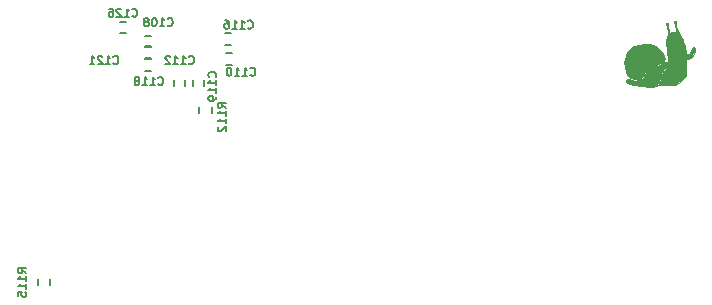
<source format=gbr>
%TF.GenerationSoftware,KiCad,Pcbnew,(5.1.0-1157-gc8cd95a71)*%
%TF.CreationDate,2019-06-29T21:36:28-07:00*%
%TF.ProjectId,adc344x,61646333-3434-4782-9e6b-696361645f70,rev?*%
%TF.SameCoordinates,Original*%
%TF.FileFunction,Legend,Bot*%
%TF.FilePolarity,Positive*%
%FSLAX46Y46*%
G04 Gerber Fmt 4.6, Leading zero omitted, Abs format (unit mm)*
G04 Created by KiCad (PCBNEW (5.1.0-1157-gc8cd95a71)) date 2019-06-29 21:36:28*
%MOMM*%
%LPD*%
G04 APERTURE LIST*
%ADD10C,0.010000*%
%ADD11C,0.150000*%
%ADD12C,0.175000*%
%ADD13C,0.200000*%
G04 APERTURE END LIST*
D10*
G36*
X176512826Y-71199374D02*
G01*
X176054964Y-71264064D01*
X175669004Y-71399089D01*
X175356358Y-71603148D01*
X175118439Y-71874939D01*
X174956660Y-72213159D01*
X174872434Y-72616506D01*
X174864142Y-72718996D01*
X174874066Y-73144036D01*
X174955064Y-73514145D01*
X175104033Y-73821512D01*
X175317870Y-74058328D01*
X175426637Y-74135091D01*
X175649024Y-74215302D01*
X175901382Y-74219093D01*
X176155979Y-74153670D01*
X176385082Y-74026237D01*
X176560961Y-73843999D01*
X176563879Y-73839643D01*
X176685399Y-73587048D01*
X176743988Y-73307601D01*
X176743198Y-73022503D01*
X176686582Y-72752956D01*
X176577692Y-72520161D01*
X176420082Y-72345319D01*
X176301920Y-72276343D01*
X176041613Y-72212009D01*
X175809048Y-72238217D01*
X175618106Y-72345902D01*
X175482668Y-72525998D01*
X175416617Y-72769442D01*
X175412401Y-72857179D01*
X175444034Y-73047713D01*
X175526844Y-73203362D01*
X175642695Y-73312021D01*
X175773448Y-73361588D01*
X175900968Y-73339959D01*
X175998736Y-73248470D01*
X176048070Y-73156321D01*
X176047010Y-73074073D01*
X175997394Y-72956370D01*
X175915375Y-72787400D01*
X176019488Y-72907327D01*
X176110035Y-73059652D01*
X176102189Y-73205587D01*
X176031631Y-73321522D01*
X175897269Y-73419692D01*
X175738031Y-73424949D01*
X175567409Y-73338453D01*
X175495927Y-73275373D01*
X175399588Y-73165008D01*
X175352001Y-73056646D01*
X175336858Y-72905933D01*
X175336200Y-72840948D01*
X175376064Y-72576329D01*
X175484707Y-72369822D01*
X175645714Y-72224191D01*
X175842665Y-72142195D01*
X176059142Y-72126599D01*
X176278728Y-72180163D01*
X176485004Y-72305649D01*
X176661551Y-72505819D01*
X176720500Y-72608074D01*
X176805648Y-72866156D01*
X176836018Y-73167100D01*
X176810839Y-73467709D01*
X176740059Y-73702235D01*
X176574797Y-73953750D01*
X176342493Y-74154482D01*
X176068600Y-74287660D01*
X175778570Y-74336513D01*
X175777418Y-74336516D01*
X175663183Y-74316894D01*
X175503623Y-74266607D01*
X175413747Y-74230935D01*
X175252420Y-74170006D01*
X175144937Y-74155882D01*
X175058346Y-74183572D01*
X174971413Y-74271000D01*
X174972799Y-74377899D01*
X175057074Y-74484570D01*
X175158400Y-74546663D01*
X175334385Y-74608622D01*
X175579525Y-74667102D01*
X175873016Y-74719918D01*
X176194056Y-74764889D01*
X176521843Y-74799831D01*
X176835572Y-74822561D01*
X177114442Y-74830895D01*
X177337649Y-74822651D01*
X177484391Y-74795646D01*
X177494156Y-74791788D01*
X177705045Y-74656436D01*
X177868238Y-74447484D01*
X177988640Y-74156928D01*
X178054435Y-73877202D01*
X178107587Y-73628567D01*
X178165450Y-73432042D01*
X178222724Y-73300590D01*
X178274106Y-73247171D01*
X178304907Y-73264994D01*
X178354098Y-73289470D01*
X178406982Y-73225568D01*
X178456664Y-73085959D01*
X178490031Y-72924793D01*
X178522897Y-72719261D01*
X178351949Y-72757971D01*
X178064624Y-72855367D01*
X177835565Y-73011767D01*
X177646988Y-73242499D01*
X177521260Y-73473894D01*
X177451296Y-73618600D01*
X177415698Y-73677184D01*
X177407588Y-73656381D01*
X177418193Y-73574800D01*
X177509282Y-73299661D01*
X177681216Y-73046738D01*
X177913403Y-72843946D01*
X177992067Y-72796875D01*
X178145898Y-72703842D01*
X178230899Y-72613301D01*
X178254463Y-72499679D01*
X178223981Y-72337400D01*
X178172065Y-72174149D01*
X178052901Y-71937148D01*
X177848868Y-71687761D01*
X177803765Y-71641828D01*
X177550104Y-71425957D01*
X177287200Y-71284960D01*
X176990623Y-71210466D01*
X176635941Y-71194100D01*
X176512826Y-71199374D01*
X176512826Y-71199374D01*
G37*
X176512826Y-71199374D02*
X176054964Y-71264064D01*
X175669004Y-71399089D01*
X175356358Y-71603148D01*
X175118439Y-71874939D01*
X174956660Y-72213159D01*
X174872434Y-72616506D01*
X174864142Y-72718996D01*
X174874066Y-73144036D01*
X174955064Y-73514145D01*
X175104033Y-73821512D01*
X175317870Y-74058328D01*
X175426637Y-74135091D01*
X175649024Y-74215302D01*
X175901382Y-74219093D01*
X176155979Y-74153670D01*
X176385082Y-74026237D01*
X176560961Y-73843999D01*
X176563879Y-73839643D01*
X176685399Y-73587048D01*
X176743988Y-73307601D01*
X176743198Y-73022503D01*
X176686582Y-72752956D01*
X176577692Y-72520161D01*
X176420082Y-72345319D01*
X176301920Y-72276343D01*
X176041613Y-72212009D01*
X175809048Y-72238217D01*
X175618106Y-72345902D01*
X175482668Y-72525998D01*
X175416617Y-72769442D01*
X175412401Y-72857179D01*
X175444034Y-73047713D01*
X175526844Y-73203362D01*
X175642695Y-73312021D01*
X175773448Y-73361588D01*
X175900968Y-73339959D01*
X175998736Y-73248470D01*
X176048070Y-73156321D01*
X176047010Y-73074073D01*
X175997394Y-72956370D01*
X175915375Y-72787400D01*
X176019488Y-72907327D01*
X176110035Y-73059652D01*
X176102189Y-73205587D01*
X176031631Y-73321522D01*
X175897269Y-73419692D01*
X175738031Y-73424949D01*
X175567409Y-73338453D01*
X175495927Y-73275373D01*
X175399588Y-73165008D01*
X175352001Y-73056646D01*
X175336858Y-72905933D01*
X175336200Y-72840948D01*
X175376064Y-72576329D01*
X175484707Y-72369822D01*
X175645714Y-72224191D01*
X175842665Y-72142195D01*
X176059142Y-72126599D01*
X176278728Y-72180163D01*
X176485004Y-72305649D01*
X176661551Y-72505819D01*
X176720500Y-72608074D01*
X176805648Y-72866156D01*
X176836018Y-73167100D01*
X176810839Y-73467709D01*
X176740059Y-73702235D01*
X176574797Y-73953750D01*
X176342493Y-74154482D01*
X176068600Y-74287660D01*
X175778570Y-74336513D01*
X175777418Y-74336516D01*
X175663183Y-74316894D01*
X175503623Y-74266607D01*
X175413747Y-74230935D01*
X175252420Y-74170006D01*
X175144937Y-74155882D01*
X175058346Y-74183572D01*
X174971413Y-74271000D01*
X174972799Y-74377899D01*
X175057074Y-74484570D01*
X175158400Y-74546663D01*
X175334385Y-74608622D01*
X175579525Y-74667102D01*
X175873016Y-74719918D01*
X176194056Y-74764889D01*
X176521843Y-74799831D01*
X176835572Y-74822561D01*
X177114442Y-74830895D01*
X177337649Y-74822651D01*
X177484391Y-74795646D01*
X177494156Y-74791788D01*
X177705045Y-74656436D01*
X177868238Y-74447484D01*
X177988640Y-74156928D01*
X178054435Y-73877202D01*
X178107587Y-73628567D01*
X178165450Y-73432042D01*
X178222724Y-73300590D01*
X178274106Y-73247171D01*
X178304907Y-73264994D01*
X178354098Y-73289470D01*
X178406982Y-73225568D01*
X178456664Y-73085959D01*
X178490031Y-72924793D01*
X178522897Y-72719261D01*
X178351949Y-72757971D01*
X178064624Y-72855367D01*
X177835565Y-73011767D01*
X177646988Y-73242499D01*
X177521260Y-73473894D01*
X177451296Y-73618600D01*
X177415698Y-73677184D01*
X177407588Y-73656381D01*
X177418193Y-73574800D01*
X177509282Y-73299661D01*
X177681216Y-73046738D01*
X177913403Y-72843946D01*
X177992067Y-72796875D01*
X178145898Y-72703842D01*
X178230899Y-72613301D01*
X178254463Y-72499679D01*
X178223981Y-72337400D01*
X178172065Y-72174149D01*
X178052901Y-71937148D01*
X177848868Y-71687761D01*
X177803765Y-71641828D01*
X177550104Y-71425957D01*
X177287200Y-71284960D01*
X176990623Y-71210466D01*
X176635941Y-71194100D01*
X176512826Y-71199374D01*
G36*
X179092968Y-69276104D02*
G01*
X179036747Y-69330619D01*
X179019653Y-69406507D01*
X179048618Y-69456863D01*
X179065791Y-69460000D01*
X179101390Y-69505191D01*
X179143226Y-69621390D01*
X179169389Y-69725817D01*
X179207561Y-69900273D01*
X179241419Y-70049142D01*
X179254481Y-70103532D01*
X179261740Y-70178878D01*
X179214212Y-70206777D01*
X179112783Y-70206719D01*
X178946445Y-70212265D01*
X178805379Y-70235850D01*
X178717795Y-70251195D01*
X178665668Y-70220221D01*
X178624488Y-70121030D01*
X178605590Y-70057346D01*
X178564995Y-69860983D01*
X178545269Y-69656738D01*
X178544883Y-69625099D01*
X178532991Y-69474202D01*
X178492593Y-69412026D01*
X178476377Y-69409200D01*
X178399139Y-69449862D01*
X178369075Y-69540272D01*
X178397224Y-69625746D01*
X178431508Y-69705657D01*
X178472469Y-69853121D01*
X178509071Y-70025198D01*
X178540057Y-70218137D01*
X178544966Y-70347338D01*
X178522477Y-70447603D01*
X178490364Y-70517975D01*
X178440811Y-70684381D01*
X178415660Y-70935593D01*
X178414952Y-71257781D01*
X178438729Y-71637116D01*
X178485800Y-72050800D01*
X178517257Y-72303275D01*
X178542263Y-72546706D01*
X178557430Y-72745785D01*
X178560391Y-72828022D01*
X178545164Y-72996364D01*
X178504353Y-73162359D01*
X178448417Y-73296065D01*
X178387819Y-73367543D01*
X178370196Y-73372377D01*
X178291895Y-73400886D01*
X178228744Y-73492050D01*
X178173742Y-73659922D01*
X178132797Y-73848952D01*
X178078567Y-74075416D01*
X178007847Y-74295280D01*
X177935485Y-74462691D01*
X177932038Y-74468956D01*
X177807153Y-74692400D01*
X178451277Y-74688820D01*
X178823376Y-74678955D01*
X179103241Y-74654238D01*
X179286791Y-74615040D01*
X179293991Y-74612478D01*
X179601866Y-74451985D01*
X179838848Y-74219714D01*
X179977838Y-73986633D01*
X180035163Y-73855487D01*
X180073343Y-73735509D01*
X180096199Y-73600750D01*
X180107552Y-73425261D01*
X180111223Y-73183092D01*
X180111400Y-73079534D01*
X180111400Y-72727239D01*
X179110577Y-72727239D01*
X179109443Y-72941553D01*
X179097573Y-73125519D01*
X179077298Y-73249090D01*
X179068213Y-73273339D01*
X178979297Y-73358913D01*
X178872971Y-73360228D01*
X178782935Y-73280834D01*
X178763943Y-73241292D01*
X178726476Y-73086112D01*
X178718411Y-72974592D01*
X178726127Y-72890676D01*
X178742214Y-72902197D01*
X178767632Y-73011279D01*
X178788742Y-73130300D01*
X178825558Y-73263293D01*
X178885705Y-73316788D01*
X178918935Y-73320800D01*
X178979578Y-73306740D01*
X179022368Y-73254246D01*
X179051353Y-73147845D01*
X179070582Y-72972068D01*
X179084102Y-72711440D01*
X179085083Y-72685800D01*
X179100354Y-72279400D01*
X179110577Y-72727239D01*
X180111400Y-72727239D01*
X180111400Y-72457268D01*
X180258966Y-72457234D01*
X180419118Y-72410906D01*
X180573597Y-72288881D01*
X180705936Y-72116486D01*
X180799669Y-71919048D01*
X180838330Y-71721896D01*
X180821896Y-71591379D01*
X180766864Y-71503589D01*
X180691161Y-71511969D01*
X180598741Y-71614115D01*
X180504603Y-71784100D01*
X180415781Y-71953042D01*
X180340205Y-72046931D01*
X180258880Y-72087060D01*
X180230061Y-72091853D01*
X180151872Y-72093739D01*
X180099639Y-72065111D01*
X180063593Y-71987302D01*
X180033963Y-71841648D01*
X180009139Y-71669800D01*
X179956548Y-71394158D01*
X179876385Y-71106101D01*
X179862207Y-71066566D01*
X179178650Y-71066566D01*
X179111176Y-71075361D01*
X179095400Y-71075696D01*
X179008643Y-71070205D01*
X179001005Y-71054302D01*
X179005534Y-71052278D01*
X179106381Y-71042229D01*
X179157934Y-71050396D01*
X179178650Y-71066566D01*
X179862207Y-71066566D01*
X179814081Y-70932371D01*
X179501288Y-70932371D01*
X179490251Y-70976549D01*
X179453999Y-70984000D01*
X179384330Y-70972219D01*
X179374800Y-70961598D01*
X179397744Y-70932371D01*
X178790088Y-70932371D01*
X178779051Y-70976549D01*
X178742799Y-70984000D01*
X178673130Y-70972219D01*
X178663600Y-70961598D01*
X178700825Y-70914180D01*
X178767806Y-70913123D01*
X178790088Y-70932371D01*
X179397744Y-70932371D01*
X179412025Y-70914180D01*
X179479006Y-70913123D01*
X179501288Y-70932371D01*
X179814081Y-70932371D01*
X179778823Y-70834061D01*
X179674038Y-70606473D01*
X179574077Y-70453892D01*
X179487737Y-70325257D01*
X179400753Y-70145871D01*
X179321316Y-69940943D01*
X179257621Y-69735681D01*
X179217860Y-69555293D01*
X179210226Y-69424986D01*
X179225188Y-69380441D01*
X179244203Y-69309173D01*
X179190436Y-69266927D01*
X179092968Y-69276104D01*
X179092968Y-69276104D01*
G37*
X179092968Y-69276104D02*
X179036747Y-69330619D01*
X179019653Y-69406507D01*
X179048618Y-69456863D01*
X179065791Y-69460000D01*
X179101390Y-69505191D01*
X179143226Y-69621390D01*
X179169389Y-69725817D01*
X179207561Y-69900273D01*
X179241419Y-70049142D01*
X179254481Y-70103532D01*
X179261740Y-70178878D01*
X179214212Y-70206777D01*
X179112783Y-70206719D01*
X178946445Y-70212265D01*
X178805379Y-70235850D01*
X178717795Y-70251195D01*
X178665668Y-70220221D01*
X178624488Y-70121030D01*
X178605590Y-70057346D01*
X178564995Y-69860983D01*
X178545269Y-69656738D01*
X178544883Y-69625099D01*
X178532991Y-69474202D01*
X178492593Y-69412026D01*
X178476377Y-69409200D01*
X178399139Y-69449862D01*
X178369075Y-69540272D01*
X178397224Y-69625746D01*
X178431508Y-69705657D01*
X178472469Y-69853121D01*
X178509071Y-70025198D01*
X178540057Y-70218137D01*
X178544966Y-70347338D01*
X178522477Y-70447603D01*
X178490364Y-70517975D01*
X178440811Y-70684381D01*
X178415660Y-70935593D01*
X178414952Y-71257781D01*
X178438729Y-71637116D01*
X178485800Y-72050800D01*
X178517257Y-72303275D01*
X178542263Y-72546706D01*
X178557430Y-72745785D01*
X178560391Y-72828022D01*
X178545164Y-72996364D01*
X178504353Y-73162359D01*
X178448417Y-73296065D01*
X178387819Y-73367543D01*
X178370196Y-73372377D01*
X178291895Y-73400886D01*
X178228744Y-73492050D01*
X178173742Y-73659922D01*
X178132797Y-73848952D01*
X178078567Y-74075416D01*
X178007847Y-74295280D01*
X177935485Y-74462691D01*
X177932038Y-74468956D01*
X177807153Y-74692400D01*
X178451277Y-74688820D01*
X178823376Y-74678955D01*
X179103241Y-74654238D01*
X179286791Y-74615040D01*
X179293991Y-74612478D01*
X179601866Y-74451985D01*
X179838848Y-74219714D01*
X179977838Y-73986633D01*
X180035163Y-73855487D01*
X180073343Y-73735509D01*
X180096199Y-73600750D01*
X180107552Y-73425261D01*
X180111223Y-73183092D01*
X180111400Y-73079534D01*
X180111400Y-72727239D01*
X179110577Y-72727239D01*
X179109443Y-72941553D01*
X179097573Y-73125519D01*
X179077298Y-73249090D01*
X179068213Y-73273339D01*
X178979297Y-73358913D01*
X178872971Y-73360228D01*
X178782935Y-73280834D01*
X178763943Y-73241292D01*
X178726476Y-73086112D01*
X178718411Y-72974592D01*
X178726127Y-72890676D01*
X178742214Y-72902197D01*
X178767632Y-73011279D01*
X178788742Y-73130300D01*
X178825558Y-73263293D01*
X178885705Y-73316788D01*
X178918935Y-73320800D01*
X178979578Y-73306740D01*
X179022368Y-73254246D01*
X179051353Y-73147845D01*
X179070582Y-72972068D01*
X179084102Y-72711440D01*
X179085083Y-72685800D01*
X179100354Y-72279400D01*
X179110577Y-72727239D01*
X180111400Y-72727239D01*
X180111400Y-72457268D01*
X180258966Y-72457234D01*
X180419118Y-72410906D01*
X180573597Y-72288881D01*
X180705936Y-72116486D01*
X180799669Y-71919048D01*
X180838330Y-71721896D01*
X180821896Y-71591379D01*
X180766864Y-71503589D01*
X180691161Y-71511969D01*
X180598741Y-71614115D01*
X180504603Y-71784100D01*
X180415781Y-71953042D01*
X180340205Y-72046931D01*
X180258880Y-72087060D01*
X180230061Y-72091853D01*
X180151872Y-72093739D01*
X180099639Y-72065111D01*
X180063593Y-71987302D01*
X180033963Y-71841648D01*
X180009139Y-71669800D01*
X179956548Y-71394158D01*
X179876385Y-71106101D01*
X179862207Y-71066566D01*
X179178650Y-71066566D01*
X179111176Y-71075361D01*
X179095400Y-71075696D01*
X179008643Y-71070205D01*
X179001005Y-71054302D01*
X179005534Y-71052278D01*
X179106381Y-71042229D01*
X179157934Y-71050396D01*
X179178650Y-71066566D01*
X179862207Y-71066566D01*
X179814081Y-70932371D01*
X179501288Y-70932371D01*
X179490251Y-70976549D01*
X179453999Y-70984000D01*
X179384330Y-70972219D01*
X179374800Y-70961598D01*
X179397744Y-70932371D01*
X178790088Y-70932371D01*
X178779051Y-70976549D01*
X178742799Y-70984000D01*
X178673130Y-70972219D01*
X178663600Y-70961598D01*
X178700825Y-70914180D01*
X178767806Y-70913123D01*
X178790088Y-70932371D01*
X179397744Y-70932371D01*
X179412025Y-70914180D01*
X179479006Y-70913123D01*
X179501288Y-70932371D01*
X179814081Y-70932371D01*
X179778823Y-70834061D01*
X179674038Y-70606473D01*
X179574077Y-70453892D01*
X179487737Y-70325257D01*
X179400753Y-70145871D01*
X179321316Y-69940943D01*
X179257621Y-69735681D01*
X179217860Y-69555293D01*
X179210226Y-69424986D01*
X179225188Y-69380441D01*
X179244203Y-69309173D01*
X179190436Y-69266927D01*
X179092968Y-69276104D01*
D11*
X134250000Y-70525000D02*
X134750000Y-70525000D01*
X134750000Y-71475000D02*
X134250000Y-71475000D01*
X141650000Y-72975000D02*
X141150000Y-72975000D01*
X141150000Y-72025000D02*
X141650000Y-72025000D01*
X137675000Y-74250000D02*
X137675000Y-74750000D01*
X136725000Y-74750000D02*
X136725000Y-74250000D01*
X141550000Y-71275000D02*
X141050000Y-71275000D01*
X141050000Y-70325000D02*
X141550000Y-70325000D01*
X134750000Y-73475000D02*
X134250000Y-73475000D01*
X134250000Y-72525000D02*
X134750000Y-72525000D01*
X138325000Y-74750000D02*
X138325000Y-74250000D01*
X139275000Y-74250000D02*
X139275000Y-74750000D01*
X134250000Y-71425000D02*
X134750000Y-71425000D01*
X134750000Y-72375000D02*
X134250000Y-72375000D01*
X132650000Y-70275000D02*
X132150000Y-70275000D01*
X132150000Y-69325000D02*
X132650000Y-69325000D01*
X138875000Y-77050000D02*
X138875000Y-76550000D01*
X139925000Y-76550000D02*
X139925000Y-77050000D01*
X126225000Y-91150000D02*
X126225000Y-91650000D01*
X125175000Y-91650000D02*
X125175000Y-91150000D01*
D12*
X136183333Y-69650000D02*
X136216666Y-69683333D01*
X136316666Y-69716666D01*
X136383333Y-69716666D01*
X136483333Y-69683333D01*
X136550000Y-69616666D01*
X136583333Y-69550000D01*
X136616666Y-69416666D01*
X136616666Y-69316666D01*
X136583333Y-69183333D01*
X136550000Y-69116666D01*
X136483333Y-69050000D01*
X136383333Y-69016666D01*
X136316666Y-69016666D01*
X136216666Y-69050000D01*
X136183333Y-69083333D01*
X135516666Y-69716666D02*
X135916666Y-69716666D01*
X135716666Y-69716666D02*
X135716666Y-69016666D01*
X135783333Y-69116666D01*
X135850000Y-69183333D01*
X135916666Y-69216666D01*
X135083333Y-69016666D02*
X135016666Y-69016666D01*
X134950000Y-69050000D01*
X134916666Y-69083333D01*
X134883333Y-69150000D01*
X134850000Y-69283333D01*
X134850000Y-69450000D01*
X134883333Y-69583333D01*
X134916666Y-69650000D01*
X134950000Y-69683333D01*
X135016666Y-69716666D01*
X135083333Y-69716666D01*
X135150000Y-69683333D01*
X135183333Y-69650000D01*
X135216666Y-69583333D01*
X135250000Y-69450000D01*
X135250000Y-69283333D01*
X135216666Y-69150000D01*
X135183333Y-69083333D01*
X135150000Y-69050000D01*
X135083333Y-69016666D01*
X134450000Y-69316666D02*
X134516666Y-69283333D01*
X134550000Y-69250000D01*
X134583333Y-69183333D01*
X134583333Y-69150000D01*
X134550000Y-69083333D01*
X134516666Y-69050000D01*
X134450000Y-69016666D01*
X134316666Y-69016666D01*
X134250000Y-69050000D01*
X134216666Y-69083333D01*
X134183333Y-69150000D01*
X134183333Y-69183333D01*
X134216666Y-69250000D01*
X134250000Y-69283333D01*
X134316666Y-69316666D01*
X134450000Y-69316666D01*
X134516666Y-69350000D01*
X134550000Y-69383333D01*
X134583333Y-69450000D01*
X134583333Y-69583333D01*
X134550000Y-69650000D01*
X134516666Y-69683333D01*
X134450000Y-69716666D01*
X134316666Y-69716666D01*
X134250000Y-69683333D01*
X134216666Y-69650000D01*
X134183333Y-69583333D01*
X134183333Y-69450000D01*
X134216666Y-69383333D01*
X134250000Y-69350000D01*
X134316666Y-69316666D01*
D13*
D12*
X143183333Y-73850000D02*
X143216666Y-73883333D01*
X143316666Y-73916666D01*
X143383333Y-73916666D01*
X143483333Y-73883333D01*
X143550000Y-73816666D01*
X143583333Y-73750000D01*
X143616666Y-73616666D01*
X143616666Y-73516666D01*
X143583333Y-73383333D01*
X143550000Y-73316666D01*
X143483333Y-73250000D01*
X143383333Y-73216666D01*
X143316666Y-73216666D01*
X143216666Y-73250000D01*
X143183333Y-73283333D01*
X142516666Y-73916666D02*
X142916666Y-73916666D01*
X142716666Y-73916666D02*
X142716666Y-73216666D01*
X142783333Y-73316666D01*
X142850000Y-73383333D01*
X142916666Y-73416666D01*
X141850000Y-73916666D02*
X142250000Y-73916666D01*
X142050000Y-73916666D02*
X142050000Y-73216666D01*
X142116666Y-73316666D01*
X142183333Y-73383333D01*
X142250000Y-73416666D01*
X141416666Y-73216666D02*
X141350000Y-73216666D01*
X141283333Y-73250000D01*
X141250000Y-73283333D01*
X141216666Y-73350000D01*
X141183333Y-73483333D01*
X141183333Y-73650000D01*
X141216666Y-73783333D01*
X141250000Y-73850000D01*
X141283333Y-73883333D01*
X141350000Y-73916666D01*
X141416666Y-73916666D01*
X141483333Y-73883333D01*
X141516666Y-73850000D01*
X141550000Y-73783333D01*
X141583333Y-73650000D01*
X141583333Y-73483333D01*
X141550000Y-73350000D01*
X141516666Y-73283333D01*
X141483333Y-73250000D01*
X141416666Y-73216666D01*
D13*
D12*
X137983333Y-72850000D02*
X138016666Y-72883333D01*
X138116666Y-72916666D01*
X138183333Y-72916666D01*
X138283333Y-72883333D01*
X138350000Y-72816666D01*
X138383333Y-72750000D01*
X138416666Y-72616666D01*
X138416666Y-72516666D01*
X138383333Y-72383333D01*
X138350000Y-72316666D01*
X138283333Y-72250000D01*
X138183333Y-72216666D01*
X138116666Y-72216666D01*
X138016666Y-72250000D01*
X137983333Y-72283333D01*
X137316666Y-72916666D02*
X137716666Y-72916666D01*
X137516666Y-72916666D02*
X137516666Y-72216666D01*
X137583333Y-72316666D01*
X137650000Y-72383333D01*
X137716666Y-72416666D01*
X136650000Y-72916666D02*
X137050000Y-72916666D01*
X136850000Y-72916666D02*
X136850000Y-72216666D01*
X136916666Y-72316666D01*
X136983333Y-72383333D01*
X137050000Y-72416666D01*
X136383333Y-72283333D02*
X136350000Y-72250000D01*
X136283333Y-72216666D01*
X136116666Y-72216666D01*
X136050000Y-72250000D01*
X136016666Y-72283333D01*
X135983333Y-72350000D01*
X135983333Y-72416666D01*
X136016666Y-72516666D01*
X136416666Y-72916666D01*
X135983333Y-72916666D01*
D13*
D12*
X142983333Y-69850000D02*
X143016666Y-69883333D01*
X143116666Y-69916666D01*
X143183333Y-69916666D01*
X143283333Y-69883333D01*
X143350000Y-69816666D01*
X143383333Y-69750000D01*
X143416666Y-69616666D01*
X143416666Y-69516666D01*
X143383333Y-69383333D01*
X143350000Y-69316666D01*
X143283333Y-69250000D01*
X143183333Y-69216666D01*
X143116666Y-69216666D01*
X143016666Y-69250000D01*
X142983333Y-69283333D01*
X142316666Y-69916666D02*
X142716666Y-69916666D01*
X142516666Y-69916666D02*
X142516666Y-69216666D01*
X142583333Y-69316666D01*
X142650000Y-69383333D01*
X142716666Y-69416666D01*
X141650000Y-69916666D02*
X142050000Y-69916666D01*
X141850000Y-69916666D02*
X141850000Y-69216666D01*
X141916666Y-69316666D01*
X141983333Y-69383333D01*
X142050000Y-69416666D01*
X141050000Y-69216666D02*
X141183333Y-69216666D01*
X141250000Y-69250000D01*
X141283333Y-69283333D01*
X141350000Y-69383333D01*
X141383333Y-69516666D01*
X141383333Y-69783333D01*
X141350000Y-69850000D01*
X141316666Y-69883333D01*
X141250000Y-69916666D01*
X141116666Y-69916666D01*
X141050000Y-69883333D01*
X141016666Y-69850000D01*
X140983333Y-69783333D01*
X140983333Y-69616666D01*
X141016666Y-69550000D01*
X141050000Y-69516666D01*
X141116666Y-69483333D01*
X141250000Y-69483333D01*
X141316666Y-69516666D01*
X141350000Y-69550000D01*
X141383333Y-69616666D01*
D13*
D12*
X135383333Y-74650000D02*
X135416666Y-74683333D01*
X135516666Y-74716666D01*
X135583333Y-74716666D01*
X135683333Y-74683333D01*
X135750000Y-74616666D01*
X135783333Y-74550000D01*
X135816666Y-74416666D01*
X135816666Y-74316666D01*
X135783333Y-74183333D01*
X135750000Y-74116666D01*
X135683333Y-74050000D01*
X135583333Y-74016666D01*
X135516666Y-74016666D01*
X135416666Y-74050000D01*
X135383333Y-74083333D01*
X134716666Y-74716666D02*
X135116666Y-74716666D01*
X134916666Y-74716666D02*
X134916666Y-74016666D01*
X134983333Y-74116666D01*
X135050000Y-74183333D01*
X135116666Y-74216666D01*
X134050000Y-74716666D02*
X134450000Y-74716666D01*
X134250000Y-74716666D02*
X134250000Y-74016666D01*
X134316666Y-74116666D01*
X134383333Y-74183333D01*
X134450000Y-74216666D01*
X133650000Y-74316666D02*
X133716666Y-74283333D01*
X133750000Y-74250000D01*
X133783333Y-74183333D01*
X133783333Y-74150000D01*
X133750000Y-74083333D01*
X133716666Y-74050000D01*
X133650000Y-74016666D01*
X133516666Y-74016666D01*
X133450000Y-74050000D01*
X133416666Y-74083333D01*
X133383333Y-74150000D01*
X133383333Y-74183333D01*
X133416666Y-74250000D01*
X133450000Y-74283333D01*
X133516666Y-74316666D01*
X133650000Y-74316666D01*
X133716666Y-74350000D01*
X133750000Y-74383333D01*
X133783333Y-74450000D01*
X133783333Y-74583333D01*
X133750000Y-74650000D01*
X133716666Y-74683333D01*
X133650000Y-74716666D01*
X133516666Y-74716666D01*
X133450000Y-74683333D01*
X133416666Y-74650000D01*
X133383333Y-74583333D01*
X133383333Y-74450000D01*
X133416666Y-74383333D01*
X133450000Y-74350000D01*
X133516666Y-74316666D01*
D13*
D12*
X140250000Y-74016666D02*
X140283333Y-73983333D01*
X140316666Y-73883333D01*
X140316666Y-73816666D01*
X140283333Y-73716666D01*
X140216666Y-73650000D01*
X140150000Y-73616666D01*
X140016666Y-73583333D01*
X139916666Y-73583333D01*
X139783333Y-73616666D01*
X139716666Y-73650000D01*
X139650000Y-73716666D01*
X139616666Y-73816666D01*
X139616666Y-73883333D01*
X139650000Y-73983333D01*
X139683333Y-74016666D01*
X140316666Y-74683333D02*
X140316666Y-74283333D01*
X140316666Y-74483333D02*
X139616666Y-74483333D01*
X139716666Y-74416666D01*
X139783333Y-74350000D01*
X139816666Y-74283333D01*
X140316666Y-75350000D02*
X140316666Y-74950000D01*
X140316666Y-75150000D02*
X139616666Y-75150000D01*
X139716666Y-75083333D01*
X139783333Y-75016666D01*
X139816666Y-74950000D01*
X140316666Y-75683333D02*
X140316666Y-75816666D01*
X140283333Y-75883333D01*
X140250000Y-75916666D01*
X140150000Y-75983333D01*
X140016666Y-76016666D01*
X139750000Y-76016666D01*
X139683333Y-75983333D01*
X139650000Y-75950000D01*
X139616666Y-75883333D01*
X139616666Y-75750000D01*
X139650000Y-75683333D01*
X139683333Y-75650000D01*
X139750000Y-75616666D01*
X139916666Y-75616666D01*
X139983333Y-75650000D01*
X140016666Y-75683333D01*
X140050000Y-75750000D01*
X140050000Y-75883333D01*
X140016666Y-75950000D01*
X139983333Y-75983333D01*
X139916666Y-76016666D01*
D13*
D12*
X131583333Y-72850000D02*
X131616666Y-72883333D01*
X131716666Y-72916666D01*
X131783333Y-72916666D01*
X131883333Y-72883333D01*
X131950000Y-72816666D01*
X131983333Y-72750000D01*
X132016666Y-72616666D01*
X132016666Y-72516666D01*
X131983333Y-72383333D01*
X131950000Y-72316666D01*
X131883333Y-72250000D01*
X131783333Y-72216666D01*
X131716666Y-72216666D01*
X131616666Y-72250000D01*
X131583333Y-72283333D01*
X130916666Y-72916666D02*
X131316666Y-72916666D01*
X131116666Y-72916666D02*
X131116666Y-72216666D01*
X131183333Y-72316666D01*
X131250000Y-72383333D01*
X131316666Y-72416666D01*
X130650000Y-72283333D02*
X130616666Y-72250000D01*
X130550000Y-72216666D01*
X130383333Y-72216666D01*
X130316666Y-72250000D01*
X130283333Y-72283333D01*
X130250000Y-72350000D01*
X130250000Y-72416666D01*
X130283333Y-72516666D01*
X130683333Y-72916666D01*
X130250000Y-72916666D01*
X129583333Y-72916666D02*
X129983333Y-72916666D01*
X129783333Y-72916666D02*
X129783333Y-72216666D01*
X129850000Y-72316666D01*
X129916666Y-72383333D01*
X129983333Y-72416666D01*
D13*
D12*
X133183333Y-68850000D02*
X133216666Y-68883333D01*
X133316666Y-68916666D01*
X133383333Y-68916666D01*
X133483333Y-68883333D01*
X133550000Y-68816666D01*
X133583333Y-68750000D01*
X133616666Y-68616666D01*
X133616666Y-68516666D01*
X133583333Y-68383333D01*
X133550000Y-68316666D01*
X133483333Y-68250000D01*
X133383333Y-68216666D01*
X133316666Y-68216666D01*
X133216666Y-68250000D01*
X133183333Y-68283333D01*
X132516666Y-68916666D02*
X132916666Y-68916666D01*
X132716666Y-68916666D02*
X132716666Y-68216666D01*
X132783333Y-68316666D01*
X132850000Y-68383333D01*
X132916666Y-68416666D01*
X132250000Y-68283333D02*
X132216666Y-68250000D01*
X132150000Y-68216666D01*
X131983333Y-68216666D01*
X131916666Y-68250000D01*
X131883333Y-68283333D01*
X131850000Y-68350000D01*
X131850000Y-68416666D01*
X131883333Y-68516666D01*
X132283333Y-68916666D01*
X131850000Y-68916666D01*
X131250000Y-68216666D02*
X131383333Y-68216666D01*
X131450000Y-68250000D01*
X131483333Y-68283333D01*
X131550000Y-68383333D01*
X131583333Y-68516666D01*
X131583333Y-68783333D01*
X131550000Y-68850000D01*
X131516666Y-68883333D01*
X131450000Y-68916666D01*
X131316666Y-68916666D01*
X131250000Y-68883333D01*
X131216666Y-68850000D01*
X131183333Y-68783333D01*
X131183333Y-68616666D01*
X131216666Y-68550000D01*
X131250000Y-68516666D01*
X131316666Y-68483333D01*
X131450000Y-68483333D01*
X131516666Y-68516666D01*
X131550000Y-68550000D01*
X131583333Y-68616666D01*
D13*
D12*
X141116666Y-76616666D02*
X140783333Y-76383333D01*
X141116666Y-76216666D02*
X140416666Y-76216666D01*
X140416666Y-76483333D01*
X140450000Y-76550000D01*
X140483333Y-76583333D01*
X140550000Y-76616666D01*
X140650000Y-76616666D01*
X140716666Y-76583333D01*
X140750000Y-76550000D01*
X140783333Y-76483333D01*
X140783333Y-76216666D01*
X141116666Y-77283333D02*
X141116666Y-76883333D01*
X141116666Y-77083333D02*
X140416666Y-77083333D01*
X140516666Y-77016666D01*
X140583333Y-76950000D01*
X140616666Y-76883333D01*
X141116666Y-77950000D02*
X141116666Y-77550000D01*
X141116666Y-77750000D02*
X140416666Y-77750000D01*
X140516666Y-77683333D01*
X140583333Y-77616666D01*
X140616666Y-77550000D01*
X140483333Y-78216666D02*
X140450000Y-78250000D01*
X140416666Y-78316666D01*
X140416666Y-78483333D01*
X140450000Y-78550000D01*
X140483333Y-78583333D01*
X140550000Y-78616666D01*
X140616666Y-78616666D01*
X140716666Y-78583333D01*
X141116666Y-78183333D01*
X141116666Y-78616666D01*
D13*
D12*
X124216666Y-90616666D02*
X123883333Y-90383333D01*
X124216666Y-90216666D02*
X123516666Y-90216666D01*
X123516666Y-90483333D01*
X123550000Y-90550000D01*
X123583333Y-90583333D01*
X123650000Y-90616666D01*
X123750000Y-90616666D01*
X123816666Y-90583333D01*
X123850000Y-90550000D01*
X123883333Y-90483333D01*
X123883333Y-90216666D01*
X124216666Y-91283333D02*
X124216666Y-90883333D01*
X124216666Y-91083333D02*
X123516666Y-91083333D01*
X123616666Y-91016666D01*
X123683333Y-90950000D01*
X123716666Y-90883333D01*
X124216666Y-91950000D02*
X124216666Y-91550000D01*
X124216666Y-91750000D02*
X123516666Y-91750000D01*
X123616666Y-91683333D01*
X123683333Y-91616666D01*
X123716666Y-91550000D01*
X123516666Y-92583333D02*
X123516666Y-92250000D01*
X123850000Y-92216666D01*
X123816666Y-92250000D01*
X123783333Y-92316666D01*
X123783333Y-92483333D01*
X123816666Y-92550000D01*
X123850000Y-92583333D01*
X123916666Y-92616666D01*
X124083333Y-92616666D01*
X124150000Y-92583333D01*
X124183333Y-92550000D01*
X124216666Y-92483333D01*
X124216666Y-92316666D01*
X124183333Y-92250000D01*
X124150000Y-92216666D01*
D13*
M02*

</source>
